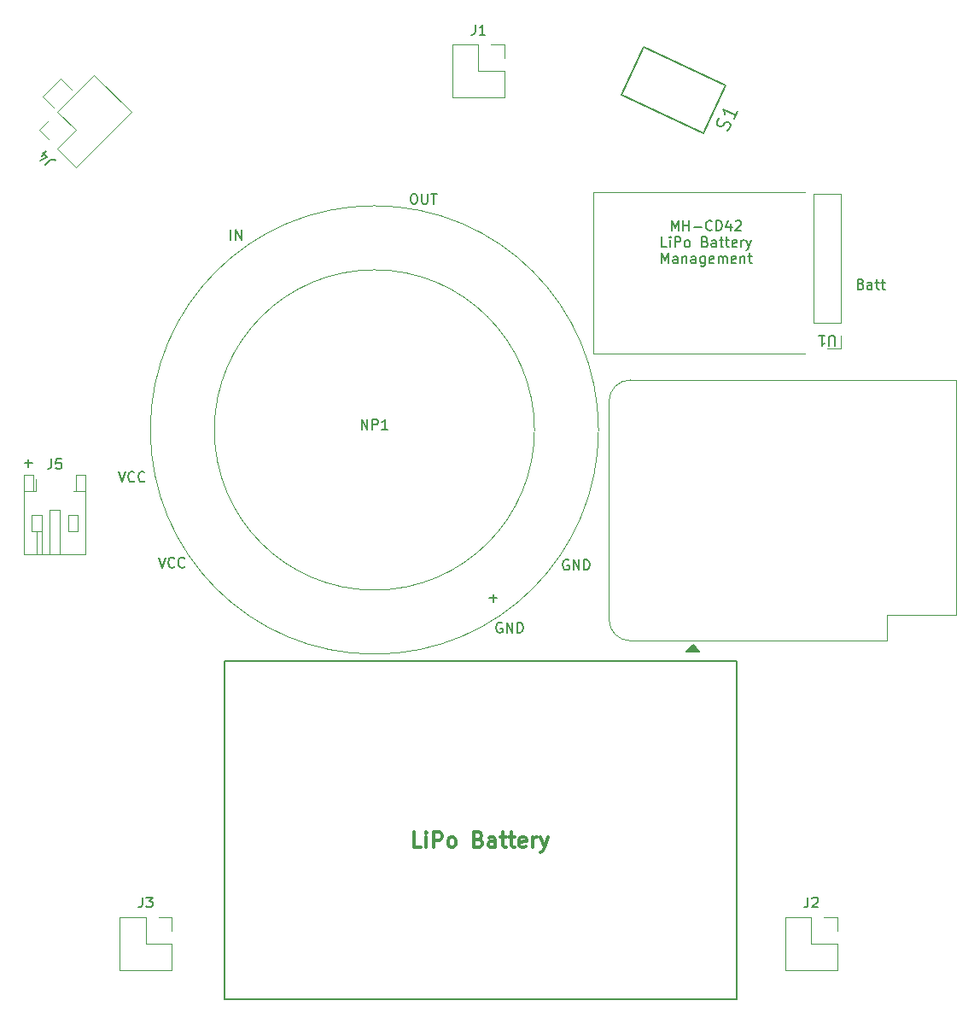
<source format=gbr>
%TF.GenerationSoftware,KiCad,Pcbnew,(6.0.9)*%
%TF.CreationDate,2023-02-14T14:55:24-08:00*%
%TF.ProjectId,DC31_Cnet_Badge_Rear,44433331-5f43-46e6-9574-5f4261646765,rev?*%
%TF.SameCoordinates,Original*%
%TF.FileFunction,Legend,Top*%
%TF.FilePolarity,Positive*%
%FSLAX46Y46*%
G04 Gerber Fmt 4.6, Leading zero omitted, Abs format (unit mm)*
G04 Created by KiCad (PCBNEW (6.0.9)) date 2023-02-14 14:55:24*
%MOMM*%
%LPD*%
G01*
G04 APERTURE LIST*
%ADD10C,0.150000*%
%ADD11C,0.300000*%
%ADD12C,0.120000*%
%ADD13C,0.025400*%
%ADD14C,0.203200*%
G04 APERTURE END LIST*
D10*
X74800000Y-114500000D02*
X125600000Y-114500000D01*
X125600000Y-114500000D02*
X125600000Y-148000000D01*
X125600000Y-148000000D02*
X74800000Y-148000000D01*
X74800000Y-148000000D02*
X74800000Y-114500000D01*
X55019047Y-94871428D02*
X55780952Y-94871428D01*
X55400000Y-95252380D02*
X55400000Y-94490476D01*
X119171428Y-71842380D02*
X119171428Y-70842380D01*
X119504761Y-71556666D01*
X119838095Y-70842380D01*
X119838095Y-71842380D01*
X120314285Y-71842380D02*
X120314285Y-70842380D01*
X120314285Y-71318571D02*
X120885714Y-71318571D01*
X120885714Y-71842380D02*
X120885714Y-70842380D01*
X121361904Y-71461428D02*
X122123809Y-71461428D01*
X123171428Y-71747142D02*
X123123809Y-71794761D01*
X122980952Y-71842380D01*
X122885714Y-71842380D01*
X122742857Y-71794761D01*
X122647619Y-71699523D01*
X122600000Y-71604285D01*
X122552380Y-71413809D01*
X122552380Y-71270952D01*
X122600000Y-71080476D01*
X122647619Y-70985238D01*
X122742857Y-70890000D01*
X122885714Y-70842380D01*
X122980952Y-70842380D01*
X123123809Y-70890000D01*
X123171428Y-70937619D01*
X123600000Y-71842380D02*
X123600000Y-70842380D01*
X123838095Y-70842380D01*
X123980952Y-70890000D01*
X124076190Y-70985238D01*
X124123809Y-71080476D01*
X124171428Y-71270952D01*
X124171428Y-71413809D01*
X124123809Y-71604285D01*
X124076190Y-71699523D01*
X123980952Y-71794761D01*
X123838095Y-71842380D01*
X123600000Y-71842380D01*
X125028571Y-71175714D02*
X125028571Y-71842380D01*
X124790476Y-70794761D02*
X124552380Y-71509047D01*
X125171428Y-71509047D01*
X125504761Y-70937619D02*
X125552380Y-70890000D01*
X125647619Y-70842380D01*
X125885714Y-70842380D01*
X125980952Y-70890000D01*
X126028571Y-70937619D01*
X126076190Y-71032857D01*
X126076190Y-71128095D01*
X126028571Y-71270952D01*
X125457142Y-71842380D01*
X126076190Y-71842380D01*
X118695238Y-73452380D02*
X118219047Y-73452380D01*
X118219047Y-72452380D01*
X119028571Y-73452380D02*
X119028571Y-72785714D01*
X119028571Y-72452380D02*
X118980952Y-72500000D01*
X119028571Y-72547619D01*
X119076190Y-72500000D01*
X119028571Y-72452380D01*
X119028571Y-72547619D01*
X119504761Y-73452380D02*
X119504761Y-72452380D01*
X119885714Y-72452380D01*
X119980952Y-72500000D01*
X120028571Y-72547619D01*
X120076190Y-72642857D01*
X120076190Y-72785714D01*
X120028571Y-72880952D01*
X119980952Y-72928571D01*
X119885714Y-72976190D01*
X119504761Y-72976190D01*
X120647619Y-73452380D02*
X120552380Y-73404761D01*
X120504761Y-73357142D01*
X120457142Y-73261904D01*
X120457142Y-72976190D01*
X120504761Y-72880952D01*
X120552380Y-72833333D01*
X120647619Y-72785714D01*
X120790476Y-72785714D01*
X120885714Y-72833333D01*
X120933333Y-72880952D01*
X120980952Y-72976190D01*
X120980952Y-73261904D01*
X120933333Y-73357142D01*
X120885714Y-73404761D01*
X120790476Y-73452380D01*
X120647619Y-73452380D01*
X122504761Y-72928571D02*
X122647619Y-72976190D01*
X122695238Y-73023809D01*
X122742857Y-73119047D01*
X122742857Y-73261904D01*
X122695238Y-73357142D01*
X122647619Y-73404761D01*
X122552380Y-73452380D01*
X122171428Y-73452380D01*
X122171428Y-72452380D01*
X122504761Y-72452380D01*
X122600000Y-72500000D01*
X122647619Y-72547619D01*
X122695238Y-72642857D01*
X122695238Y-72738095D01*
X122647619Y-72833333D01*
X122600000Y-72880952D01*
X122504761Y-72928571D01*
X122171428Y-72928571D01*
X123600000Y-73452380D02*
X123600000Y-72928571D01*
X123552380Y-72833333D01*
X123457142Y-72785714D01*
X123266666Y-72785714D01*
X123171428Y-72833333D01*
X123600000Y-73404761D02*
X123504761Y-73452380D01*
X123266666Y-73452380D01*
X123171428Y-73404761D01*
X123123809Y-73309523D01*
X123123809Y-73214285D01*
X123171428Y-73119047D01*
X123266666Y-73071428D01*
X123504761Y-73071428D01*
X123600000Y-73023809D01*
X123933333Y-72785714D02*
X124314285Y-72785714D01*
X124076190Y-72452380D02*
X124076190Y-73309523D01*
X124123809Y-73404761D01*
X124219047Y-73452380D01*
X124314285Y-73452380D01*
X124504761Y-72785714D02*
X124885714Y-72785714D01*
X124647619Y-72452380D02*
X124647619Y-73309523D01*
X124695238Y-73404761D01*
X124790476Y-73452380D01*
X124885714Y-73452380D01*
X125600000Y-73404761D02*
X125504761Y-73452380D01*
X125314285Y-73452380D01*
X125219047Y-73404761D01*
X125171428Y-73309523D01*
X125171428Y-72928571D01*
X125219047Y-72833333D01*
X125314285Y-72785714D01*
X125504761Y-72785714D01*
X125600000Y-72833333D01*
X125647619Y-72928571D01*
X125647619Y-73023809D01*
X125171428Y-73119047D01*
X126076190Y-73452380D02*
X126076190Y-72785714D01*
X126076190Y-72976190D02*
X126123809Y-72880952D01*
X126171428Y-72833333D01*
X126266666Y-72785714D01*
X126361904Y-72785714D01*
X126600000Y-72785714D02*
X126838095Y-73452380D01*
X127076190Y-72785714D02*
X126838095Y-73452380D01*
X126742857Y-73690476D01*
X126695238Y-73738095D01*
X126600000Y-73785714D01*
X118195238Y-75062380D02*
X118195238Y-74062380D01*
X118528571Y-74776666D01*
X118861904Y-74062380D01*
X118861904Y-75062380D01*
X119766666Y-75062380D02*
X119766666Y-74538571D01*
X119719047Y-74443333D01*
X119623809Y-74395714D01*
X119433333Y-74395714D01*
X119338095Y-74443333D01*
X119766666Y-75014761D02*
X119671428Y-75062380D01*
X119433333Y-75062380D01*
X119338095Y-75014761D01*
X119290476Y-74919523D01*
X119290476Y-74824285D01*
X119338095Y-74729047D01*
X119433333Y-74681428D01*
X119671428Y-74681428D01*
X119766666Y-74633809D01*
X120242857Y-74395714D02*
X120242857Y-75062380D01*
X120242857Y-74490952D02*
X120290476Y-74443333D01*
X120385714Y-74395714D01*
X120528571Y-74395714D01*
X120623809Y-74443333D01*
X120671428Y-74538571D01*
X120671428Y-75062380D01*
X121576190Y-75062380D02*
X121576190Y-74538571D01*
X121528571Y-74443333D01*
X121433333Y-74395714D01*
X121242857Y-74395714D01*
X121147619Y-74443333D01*
X121576190Y-75014761D02*
X121480952Y-75062380D01*
X121242857Y-75062380D01*
X121147619Y-75014761D01*
X121100000Y-74919523D01*
X121100000Y-74824285D01*
X121147619Y-74729047D01*
X121242857Y-74681428D01*
X121480952Y-74681428D01*
X121576190Y-74633809D01*
X122480952Y-74395714D02*
X122480952Y-75205238D01*
X122433333Y-75300476D01*
X122385714Y-75348095D01*
X122290476Y-75395714D01*
X122147619Y-75395714D01*
X122052380Y-75348095D01*
X122480952Y-75014761D02*
X122385714Y-75062380D01*
X122195238Y-75062380D01*
X122100000Y-75014761D01*
X122052380Y-74967142D01*
X122004761Y-74871904D01*
X122004761Y-74586190D01*
X122052380Y-74490952D01*
X122100000Y-74443333D01*
X122195238Y-74395714D01*
X122385714Y-74395714D01*
X122480952Y-74443333D01*
X123338095Y-75014761D02*
X123242857Y-75062380D01*
X123052380Y-75062380D01*
X122957142Y-75014761D01*
X122909523Y-74919523D01*
X122909523Y-74538571D01*
X122957142Y-74443333D01*
X123052380Y-74395714D01*
X123242857Y-74395714D01*
X123338095Y-74443333D01*
X123385714Y-74538571D01*
X123385714Y-74633809D01*
X122909523Y-74729047D01*
X123814285Y-75062380D02*
X123814285Y-74395714D01*
X123814285Y-74490952D02*
X123861904Y-74443333D01*
X123957142Y-74395714D01*
X124100000Y-74395714D01*
X124195238Y-74443333D01*
X124242857Y-74538571D01*
X124242857Y-75062380D01*
X124242857Y-74538571D02*
X124290476Y-74443333D01*
X124385714Y-74395714D01*
X124528571Y-74395714D01*
X124623809Y-74443333D01*
X124671428Y-74538571D01*
X124671428Y-75062380D01*
X125528571Y-75014761D02*
X125433333Y-75062380D01*
X125242857Y-75062380D01*
X125147619Y-75014761D01*
X125100000Y-74919523D01*
X125100000Y-74538571D01*
X125147619Y-74443333D01*
X125242857Y-74395714D01*
X125433333Y-74395714D01*
X125528571Y-74443333D01*
X125576190Y-74538571D01*
X125576190Y-74633809D01*
X125100000Y-74729047D01*
X126004761Y-74395714D02*
X126004761Y-75062380D01*
X126004761Y-74490952D02*
X126052380Y-74443333D01*
X126147619Y-74395714D01*
X126290476Y-74395714D01*
X126385714Y-74443333D01*
X126433333Y-74538571D01*
X126433333Y-75062380D01*
X126766666Y-74395714D02*
X127147619Y-74395714D01*
X126909523Y-74062380D02*
X126909523Y-74919523D01*
X126957142Y-75014761D01*
X127052380Y-75062380D01*
X127147619Y-75062380D01*
X101119047Y-108271428D02*
X101880952Y-108271428D01*
X101500000Y-108652380D02*
X101500000Y-107890476D01*
D11*
X94342857Y-132978571D02*
X93628571Y-132978571D01*
X93628571Y-131478571D01*
X94842857Y-132978571D02*
X94842857Y-131978571D01*
X94842857Y-131478571D02*
X94771428Y-131550000D01*
X94842857Y-131621428D01*
X94914285Y-131550000D01*
X94842857Y-131478571D01*
X94842857Y-131621428D01*
X95557142Y-132978571D02*
X95557142Y-131478571D01*
X96128571Y-131478571D01*
X96271428Y-131550000D01*
X96342857Y-131621428D01*
X96414285Y-131764285D01*
X96414285Y-131978571D01*
X96342857Y-132121428D01*
X96271428Y-132192857D01*
X96128571Y-132264285D01*
X95557142Y-132264285D01*
X97271428Y-132978571D02*
X97128571Y-132907142D01*
X97057142Y-132835714D01*
X96985714Y-132692857D01*
X96985714Y-132264285D01*
X97057142Y-132121428D01*
X97128571Y-132050000D01*
X97271428Y-131978571D01*
X97485714Y-131978571D01*
X97628571Y-132050000D01*
X97700000Y-132121428D01*
X97771428Y-132264285D01*
X97771428Y-132692857D01*
X97700000Y-132835714D01*
X97628571Y-132907142D01*
X97485714Y-132978571D01*
X97271428Y-132978571D01*
X100057142Y-132192857D02*
X100271428Y-132264285D01*
X100342857Y-132335714D01*
X100414285Y-132478571D01*
X100414285Y-132692857D01*
X100342857Y-132835714D01*
X100271428Y-132907142D01*
X100128571Y-132978571D01*
X99557142Y-132978571D01*
X99557142Y-131478571D01*
X100057142Y-131478571D01*
X100200000Y-131550000D01*
X100271428Y-131621428D01*
X100342857Y-131764285D01*
X100342857Y-131907142D01*
X100271428Y-132050000D01*
X100200000Y-132121428D01*
X100057142Y-132192857D01*
X99557142Y-132192857D01*
X101700000Y-132978571D02*
X101700000Y-132192857D01*
X101628571Y-132050000D01*
X101485714Y-131978571D01*
X101200000Y-131978571D01*
X101057142Y-132050000D01*
X101700000Y-132907142D02*
X101557142Y-132978571D01*
X101200000Y-132978571D01*
X101057142Y-132907142D01*
X100985714Y-132764285D01*
X100985714Y-132621428D01*
X101057142Y-132478571D01*
X101200000Y-132407142D01*
X101557142Y-132407142D01*
X101700000Y-132335714D01*
X102200000Y-131978571D02*
X102771428Y-131978571D01*
X102414285Y-131478571D02*
X102414285Y-132764285D01*
X102485714Y-132907142D01*
X102628571Y-132978571D01*
X102771428Y-132978571D01*
X103057142Y-131978571D02*
X103628571Y-131978571D01*
X103271428Y-131478571D02*
X103271428Y-132764285D01*
X103342857Y-132907142D01*
X103485714Y-132978571D01*
X103628571Y-132978571D01*
X104700000Y-132907142D02*
X104557142Y-132978571D01*
X104271428Y-132978571D01*
X104128571Y-132907142D01*
X104057142Y-132764285D01*
X104057142Y-132192857D01*
X104128571Y-132050000D01*
X104271428Y-131978571D01*
X104557142Y-131978571D01*
X104700000Y-132050000D01*
X104771428Y-132192857D01*
X104771428Y-132335714D01*
X104057142Y-132478571D01*
X105414285Y-132978571D02*
X105414285Y-131978571D01*
X105414285Y-132264285D02*
X105485714Y-132121428D01*
X105557142Y-132050000D01*
X105700000Y-131978571D01*
X105842857Y-131978571D01*
X106200000Y-131978571D02*
X106557142Y-132978571D01*
X106914285Y-131978571D02*
X106557142Y-132978571D01*
X106414285Y-133335714D01*
X106342857Y-133407142D01*
X106200000Y-133478571D01*
D10*
X137947619Y-77128571D02*
X138090476Y-77176190D01*
X138138095Y-77223809D01*
X138185714Y-77319047D01*
X138185714Y-77461904D01*
X138138095Y-77557142D01*
X138090476Y-77604761D01*
X137995238Y-77652380D01*
X137614285Y-77652380D01*
X137614285Y-76652380D01*
X137947619Y-76652380D01*
X138042857Y-76700000D01*
X138090476Y-76747619D01*
X138138095Y-76842857D01*
X138138095Y-76938095D01*
X138090476Y-77033333D01*
X138042857Y-77080952D01*
X137947619Y-77128571D01*
X137614285Y-77128571D01*
X139042857Y-77652380D02*
X139042857Y-77128571D01*
X138995238Y-77033333D01*
X138900000Y-76985714D01*
X138709523Y-76985714D01*
X138614285Y-77033333D01*
X139042857Y-77604761D02*
X138947619Y-77652380D01*
X138709523Y-77652380D01*
X138614285Y-77604761D01*
X138566666Y-77509523D01*
X138566666Y-77414285D01*
X138614285Y-77319047D01*
X138709523Y-77271428D01*
X138947619Y-77271428D01*
X139042857Y-77223809D01*
X139376190Y-76985714D02*
X139757142Y-76985714D01*
X139519047Y-76652380D02*
X139519047Y-77509523D01*
X139566666Y-77604761D01*
X139661904Y-77652380D01*
X139757142Y-77652380D01*
X139947619Y-76985714D02*
X140328571Y-76985714D01*
X140090476Y-76652380D02*
X140090476Y-77509523D01*
X140138095Y-77604761D01*
X140233333Y-77652380D01*
X140328571Y-77652380D01*
%TO.C,U1*%
X135361904Y-83267619D02*
X135361904Y-82458095D01*
X135314285Y-82362857D01*
X135266666Y-82315238D01*
X135171428Y-82267619D01*
X134980952Y-82267619D01*
X134885714Y-82315238D01*
X134838095Y-82362857D01*
X134790476Y-82458095D01*
X134790476Y-83267619D01*
X133790476Y-82267619D02*
X134361904Y-82267619D01*
X134076190Y-82267619D02*
X134076190Y-83267619D01*
X134171428Y-83124761D01*
X134266666Y-83029523D01*
X134361904Y-82981904D01*
%TO.C,J1*%
X99686666Y-51432380D02*
X99686666Y-52146666D01*
X99639047Y-52289523D01*
X99543809Y-52384761D01*
X99400952Y-52432380D01*
X99305714Y-52432380D01*
X100686666Y-52432380D02*
X100115238Y-52432380D01*
X100400952Y-52432380D02*
X100400952Y-51432380D01*
X100305714Y-51575238D01*
X100210476Y-51670476D01*
X100115238Y-51718095D01*
%TO.C,NP1*%
X88438095Y-91552380D02*
X88438095Y-90552380D01*
X89009523Y-91552380D01*
X89009523Y-90552380D01*
X89485714Y-91552380D02*
X89485714Y-90552380D01*
X89866666Y-90552380D01*
X89961904Y-90600000D01*
X90009523Y-90647619D01*
X90057142Y-90742857D01*
X90057142Y-90885714D01*
X90009523Y-90980952D01*
X89961904Y-91028571D01*
X89866666Y-91076190D01*
X89485714Y-91076190D01*
X91009523Y-91552380D02*
X90438095Y-91552380D01*
X90723809Y-91552380D02*
X90723809Y-90552380D01*
X90628571Y-90695238D01*
X90533333Y-90790476D01*
X90438095Y-90838095D01*
X108948095Y-104510000D02*
X108852857Y-104462380D01*
X108710000Y-104462380D01*
X108567142Y-104510000D01*
X108471904Y-104605238D01*
X108424285Y-104700476D01*
X108376666Y-104890952D01*
X108376666Y-105033809D01*
X108424285Y-105224285D01*
X108471904Y-105319523D01*
X108567142Y-105414761D01*
X108710000Y-105462380D01*
X108805238Y-105462380D01*
X108948095Y-105414761D01*
X108995714Y-105367142D01*
X108995714Y-105033809D01*
X108805238Y-105033809D01*
X109424285Y-105462380D02*
X109424285Y-104462380D01*
X109995714Y-105462380D01*
X109995714Y-104462380D01*
X110471904Y-105462380D02*
X110471904Y-104462380D01*
X110710000Y-104462380D01*
X110852857Y-104510000D01*
X110948095Y-104605238D01*
X110995714Y-104700476D01*
X111043333Y-104890952D01*
X111043333Y-105033809D01*
X110995714Y-105224285D01*
X110948095Y-105319523D01*
X110852857Y-105414761D01*
X110710000Y-105462380D01*
X110471904Y-105462380D01*
X102348095Y-110740000D02*
X102252857Y-110692380D01*
X102110000Y-110692380D01*
X101967142Y-110740000D01*
X101871904Y-110835238D01*
X101824285Y-110930476D01*
X101776666Y-111120952D01*
X101776666Y-111263809D01*
X101824285Y-111454285D01*
X101871904Y-111549523D01*
X101967142Y-111644761D01*
X102110000Y-111692380D01*
X102205238Y-111692380D01*
X102348095Y-111644761D01*
X102395714Y-111597142D01*
X102395714Y-111263809D01*
X102205238Y-111263809D01*
X102824285Y-111692380D02*
X102824285Y-110692380D01*
X103395714Y-111692380D01*
X103395714Y-110692380D01*
X103871904Y-111692380D02*
X103871904Y-110692380D01*
X104110000Y-110692380D01*
X104252857Y-110740000D01*
X104348095Y-110835238D01*
X104395714Y-110930476D01*
X104443333Y-111120952D01*
X104443333Y-111263809D01*
X104395714Y-111454285D01*
X104348095Y-111549523D01*
X104252857Y-111644761D01*
X104110000Y-111692380D01*
X103871904Y-111692380D01*
X68286666Y-104242380D02*
X68620000Y-105242380D01*
X68953333Y-104242380D01*
X69858095Y-105147142D02*
X69810476Y-105194761D01*
X69667619Y-105242380D01*
X69572380Y-105242380D01*
X69429523Y-105194761D01*
X69334285Y-105099523D01*
X69286666Y-105004285D01*
X69239047Y-104813809D01*
X69239047Y-104670952D01*
X69286666Y-104480476D01*
X69334285Y-104385238D01*
X69429523Y-104290000D01*
X69572380Y-104242380D01*
X69667619Y-104242380D01*
X69810476Y-104290000D01*
X69858095Y-104337619D01*
X70858095Y-105147142D02*
X70810476Y-105194761D01*
X70667619Y-105242380D01*
X70572380Y-105242380D01*
X70429523Y-105194761D01*
X70334285Y-105099523D01*
X70286666Y-105004285D01*
X70239047Y-104813809D01*
X70239047Y-104670952D01*
X70286666Y-104480476D01*
X70334285Y-104385238D01*
X70429523Y-104290000D01*
X70572380Y-104242380D01*
X70667619Y-104242380D01*
X70810476Y-104290000D01*
X70858095Y-104337619D01*
X64326666Y-95742380D02*
X64660000Y-96742380D01*
X64993333Y-95742380D01*
X65898095Y-96647142D02*
X65850476Y-96694761D01*
X65707619Y-96742380D01*
X65612380Y-96742380D01*
X65469523Y-96694761D01*
X65374285Y-96599523D01*
X65326666Y-96504285D01*
X65279047Y-96313809D01*
X65279047Y-96170952D01*
X65326666Y-95980476D01*
X65374285Y-95885238D01*
X65469523Y-95790000D01*
X65612380Y-95742380D01*
X65707619Y-95742380D01*
X65850476Y-95790000D01*
X65898095Y-95837619D01*
X66898095Y-96647142D02*
X66850476Y-96694761D01*
X66707619Y-96742380D01*
X66612380Y-96742380D01*
X66469523Y-96694761D01*
X66374285Y-96599523D01*
X66326666Y-96504285D01*
X66279047Y-96313809D01*
X66279047Y-96170952D01*
X66326666Y-95980476D01*
X66374285Y-95885238D01*
X66469523Y-95790000D01*
X66612380Y-95742380D01*
X66707619Y-95742380D01*
X66850476Y-95790000D01*
X66898095Y-95837619D01*
X93540000Y-68182380D02*
X93730476Y-68182380D01*
X93825714Y-68230000D01*
X93920952Y-68325238D01*
X93968571Y-68515714D01*
X93968571Y-68849047D01*
X93920952Y-69039523D01*
X93825714Y-69134761D01*
X93730476Y-69182380D01*
X93540000Y-69182380D01*
X93444761Y-69134761D01*
X93349523Y-69039523D01*
X93301904Y-68849047D01*
X93301904Y-68515714D01*
X93349523Y-68325238D01*
X93444761Y-68230000D01*
X93540000Y-68182380D01*
X94397142Y-68182380D02*
X94397142Y-68991904D01*
X94444761Y-69087142D01*
X94492380Y-69134761D01*
X94587619Y-69182380D01*
X94778095Y-69182380D01*
X94873333Y-69134761D01*
X94920952Y-69087142D01*
X94968571Y-68991904D01*
X94968571Y-68182380D01*
X95301904Y-68182380D02*
X95873333Y-68182380D01*
X95587619Y-69182380D02*
X95587619Y-68182380D01*
X75466190Y-72772380D02*
X75466190Y-71772380D01*
X75942380Y-72772380D02*
X75942380Y-71772380D01*
X76513809Y-72772380D01*
X76513809Y-71772380D01*
%TO.C,J2*%
X132686666Y-137932380D02*
X132686666Y-138646666D01*
X132639047Y-138789523D01*
X132543809Y-138884761D01*
X132400952Y-138932380D01*
X132305714Y-138932380D01*
X133115238Y-138027619D02*
X133162857Y-137980000D01*
X133258095Y-137932380D01*
X133496190Y-137932380D01*
X133591428Y-137980000D01*
X133639047Y-138027619D01*
X133686666Y-138122857D01*
X133686666Y-138218095D01*
X133639047Y-138360952D01*
X133067619Y-138932380D01*
X133686666Y-138932380D01*
%TO.C,S1*%
X124742104Y-61916487D02*
X124887048Y-61763400D01*
X125027921Y-61461298D01*
X125023850Y-61312282D01*
X124991604Y-61223687D01*
X124898937Y-61106918D01*
X124778096Y-61050569D01*
X124629081Y-61054640D01*
X124540485Y-61086886D01*
X124423716Y-61179552D01*
X124250597Y-61393060D01*
X124133827Y-61485726D01*
X124045232Y-61517972D01*
X123896217Y-61522044D01*
X123775376Y-61465695D01*
X123682709Y-61348925D01*
X123650463Y-61260330D01*
X123646392Y-61111314D01*
X123787265Y-60809212D01*
X123932209Y-60656125D01*
X125704110Y-60011205D02*
X125366016Y-60736252D01*
X125535063Y-60373729D02*
X124266232Y-59782063D01*
X124391144Y-59987428D01*
X124455636Y-60164618D01*
X124459708Y-60313633D01*
%TO.C,J5*%
X57666666Y-94452380D02*
X57666666Y-95166666D01*
X57619047Y-95309523D01*
X57523809Y-95404761D01*
X57380952Y-95452380D01*
X57285714Y-95452380D01*
X58619047Y-94452380D02*
X58142857Y-94452380D01*
X58095238Y-94928571D01*
X58142857Y-94880952D01*
X58238095Y-94833333D01*
X58476190Y-94833333D01*
X58571428Y-94880952D01*
X58619047Y-94928571D01*
X58666666Y-95023809D01*
X58666666Y-95261904D01*
X58619047Y-95357142D01*
X58571428Y-95404761D01*
X58476190Y-95452380D01*
X58238095Y-95452380D01*
X58142857Y-95404761D01*
X58095238Y-95357142D01*
%TO.C,J4*%
X57090205Y-65352915D02*
X57595281Y-64847839D01*
X57729968Y-64780495D01*
X57864655Y-64780495D01*
X57999342Y-64847839D01*
X58066685Y-64915182D01*
X56686144Y-64477449D02*
X57157548Y-64006045D01*
X56585128Y-64915182D02*
X57258563Y-64578465D01*
X56820831Y-64140732D01*
%TO.C,J3*%
X66686666Y-137932380D02*
X66686666Y-138646666D01*
X66639047Y-138789523D01*
X66543809Y-138884761D01*
X66400952Y-138932380D01*
X66305714Y-138932380D01*
X67067619Y-137932380D02*
X67686666Y-137932380D01*
X67353333Y-138313333D01*
X67496190Y-138313333D01*
X67591428Y-138360952D01*
X67639047Y-138408571D01*
X67686666Y-138503809D01*
X67686666Y-138741904D01*
X67639047Y-138837142D01*
X67591428Y-138884761D01*
X67496190Y-138932380D01*
X67210476Y-138932380D01*
X67115238Y-138884761D01*
X67067619Y-138837142D01*
D12*
%TO.C,U1*%
X135930000Y-68190000D02*
X133270000Y-68190000D01*
X135930000Y-80950000D02*
X133270000Y-80950000D01*
X111400000Y-84020000D02*
X132400000Y-84020000D01*
X135930000Y-83550000D02*
X134600000Y-83550000D01*
X135930000Y-80950000D02*
X135930000Y-68190000D01*
X111400000Y-68020000D02*
X111400000Y-84020000D01*
X135930000Y-82220000D02*
X135930000Y-83550000D01*
X133270000Y-80950000D02*
X133270000Y-68190000D01*
X132400000Y-68020000D02*
X111400000Y-68020000D01*
%TO.C,J1*%
X102620000Y-53420000D02*
X102620000Y-54750000D01*
X97420000Y-53420000D02*
X100020000Y-53420000D01*
X101290000Y-53420000D02*
X102620000Y-53420000D01*
X97420000Y-53420000D02*
X97420000Y-58620000D01*
X100020000Y-53420000D02*
X100020000Y-56020000D01*
X97420000Y-58620000D02*
X102620000Y-58620000D01*
X100020000Y-56020000D02*
X102620000Y-56020000D01*
X102620000Y-56020000D02*
X102620000Y-58620000D01*
D13*
%TO.C,NP1*%
X105575000Y-91600000D02*
G75*
G03*
X105575000Y-91600000I-15875000J0D01*
G01*
X111925000Y-91600000D02*
G75*
G03*
X111925000Y-91600000I-22225000J0D01*
G01*
D12*
%TO.C,J2*%
X130420000Y-139920000D02*
X130420000Y-145120000D01*
X130420000Y-139920000D02*
X133020000Y-139920000D01*
X133020000Y-139920000D02*
X133020000Y-142520000D01*
X135620000Y-142520000D02*
X135620000Y-145120000D01*
X133020000Y-142520000D02*
X135620000Y-142520000D01*
X130420000Y-145120000D02*
X135620000Y-145120000D01*
X134290000Y-139920000D02*
X135620000Y-139920000D01*
X135620000Y-139920000D02*
X135620000Y-141250000D01*
D14*
%TO.C,S1*%
X114180849Y-58348165D02*
X122337619Y-62151730D01*
X122337619Y-62151730D02*
X124535234Y-57438929D01*
X116378464Y-53635365D02*
X114180849Y-58348165D01*
X124535234Y-57438929D02*
X116378464Y-53635365D01*
D12*
%TO.C,J5*%
X60300000Y-101650000D02*
X59300000Y-101650000D01*
X55700000Y-100050000D02*
X55700000Y-101650000D01*
X56700000Y-101650000D02*
X56700000Y-100050000D01*
X61060000Y-103910000D02*
X61060000Y-96090000D01*
X54940000Y-97690000D02*
X55860000Y-97690000D01*
X60300000Y-100050000D02*
X60300000Y-101650000D01*
X56140000Y-97690000D02*
X56140000Y-96475000D01*
X60140000Y-96090000D02*
X60140000Y-97690000D01*
X58500000Y-99550000D02*
X58500000Y-103910000D01*
X56200000Y-101650000D02*
X56200000Y-103910000D01*
X54940000Y-96090000D02*
X54940000Y-103910000D01*
X54940000Y-103910000D02*
X61060000Y-103910000D01*
X60140000Y-97690000D02*
X59860000Y-97690000D01*
X56140000Y-97690000D02*
X55860000Y-97690000D01*
X55860000Y-96090000D02*
X54940000Y-96090000D01*
X56700000Y-101650000D02*
X56700000Y-103910000D01*
X57500000Y-99550000D02*
X58500000Y-99550000D01*
X55700000Y-101650000D02*
X56700000Y-101650000D01*
X61060000Y-96090000D02*
X60140000Y-96090000D01*
X56700000Y-100050000D02*
X55700000Y-100050000D01*
X61060000Y-97690000D02*
X60140000Y-97690000D01*
X59300000Y-100050000D02*
X60300000Y-100050000D01*
X59300000Y-101650000D02*
X59300000Y-100050000D01*
X57500000Y-103910000D02*
X57500000Y-99550000D01*
X55860000Y-97690000D02*
X55860000Y-96090000D01*
%TO.C,J4*%
X60098439Y-61873277D02*
X58259962Y-60034799D01*
X65571446Y-60077226D02*
X61894490Y-56400271D01*
X56421484Y-61873277D02*
X57361936Y-60932825D01*
X57361936Y-62813729D02*
X56421484Y-61873277D01*
X60098439Y-65550232D02*
X58259962Y-63711755D01*
X60098439Y-65550232D02*
X65571446Y-60077226D01*
X58259962Y-63711755D02*
X60098439Y-61873277D01*
X58259962Y-60034799D02*
X61894490Y-56400271D01*
X57878124Y-59610535D02*
X56817464Y-58549875D01*
X56817464Y-58549875D02*
X56817464Y-58549875D01*
X56817464Y-58549875D02*
X57878124Y-59610535D01*
X57878124Y-59610535D02*
X57878124Y-59610535D01*
X58585231Y-56782108D02*
X59645891Y-57842768D01*
X59645891Y-57842768D02*
X59645891Y-57842768D01*
X59645891Y-57842768D02*
X58585231Y-56782108D01*
X58585231Y-56782108D02*
X58585231Y-56782108D01*
X56817464Y-58549875D02*
X56817464Y-58549875D01*
X56817464Y-58549875D02*
X58585231Y-56782108D01*
X58585231Y-56782108D02*
X58585231Y-56782108D01*
X58585231Y-56782108D02*
X56817464Y-58549875D01*
%TO.C,J3*%
X69620000Y-142520000D02*
X69620000Y-145120000D01*
X67020000Y-142520000D02*
X69620000Y-142520000D01*
X69620000Y-139920000D02*
X69620000Y-141250000D01*
X64420000Y-139920000D02*
X67020000Y-139920000D01*
X67020000Y-139920000D02*
X67020000Y-142520000D01*
X64420000Y-139920000D02*
X64420000Y-145120000D01*
X64420000Y-145120000D02*
X69620000Y-145120000D01*
X68290000Y-139920000D02*
X69620000Y-139920000D01*
%TO.C,U2*%
X112960000Y-88760000D02*
X112960000Y-110370000D01*
X140520000Y-112500000D02*
X115090000Y-112500000D01*
X147420000Y-86640000D02*
X115090000Y-86640000D01*
X140520000Y-112500000D02*
X140520000Y-109960000D01*
X147420000Y-109960000D02*
X147420000Y-86640000D01*
X140520000Y-109960000D02*
X147420000Y-109960000D01*
X112960000Y-110370000D02*
G75*
G03*
X115090000Y-112500000I2130002J2D01*
G01*
X115090000Y-86640000D02*
G75*
G03*
X112960000Y-88770000I0J-2130000D01*
G01*
G36*
X121935000Y-113540000D02*
G01*
X120665000Y-113540000D01*
X121300000Y-112905000D01*
X121935000Y-113540000D01*
G37*
D10*
X121935000Y-113540000D02*
X120665000Y-113540000D01*
X121300000Y-112905000D01*
X121935000Y-113540000D01*
%TD*%
M02*

</source>
